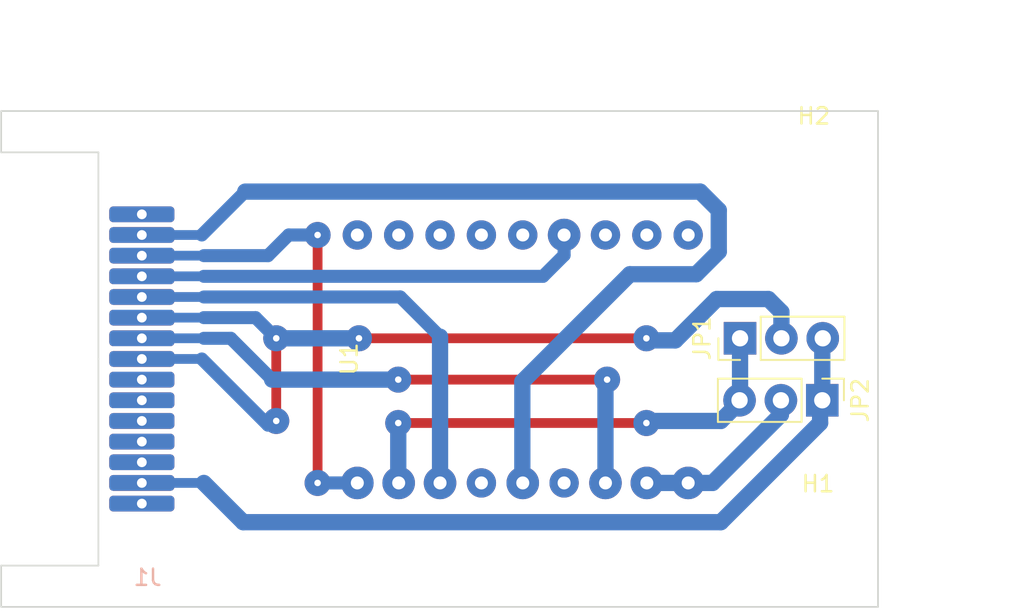
<source format=kicad_pcb>
(kicad_pcb (version 20211014) (generator pcbnew)
  (layers (0 "F.Cu" signal) (31 "B.Cu" signal) (34 "B.Paste" user) (35 "F.Paste" user) (36 "B.SilkS" user "B.Silkscreen") (37 "F.SilkS" user "F.Silkscreen") (38 "B.Mask" user) (39 "F.Mask" user) (44 "Edge.Cuts" user))
  (net 0 "")
  (net 2 "Net-(J1-Pad2)")
  (net 3 "Net-(J1-Pad3)")
  (net 4 "Net-(J1-Pad4)")
  (net 5 "Net-(J1-Pad5)")
  (net 6 "Net-(JP1-Pad1)")
  (net 7 "Net-(J1-Pad7)")
  (net 13 "Net-(J1-Pad14)")
  (net 25 "Net-(J1-Pad6)")
  (net 26 "Net-(JP2-Pad2)")
  (footprint "custom:FT232RL_breakout" (layer "F.Cu") (at 139.6 127 90)
    (fp_text reference "U1" (at 0 -0.5 90 unlocked) (layer "F.SilkS"))
    (fp_text value "FT232RL_breakout")
    (pad "1" thru_hole circle (at -7.62 0 90) (size 2 2) (drill 0.8) (layers *.Cu *.Mask) (net 3 "Net-(J1-Pad3)"))
    (pad "2" thru_hole circle (at -7.62 2.54 90) (size 2 2) (drill 0.8) (layers *.Cu *.Mask) (net 6 "Net-(JP1-Pad1)"))
    (pad "3" thru_hole circle (at -7.62 5.08 90) (size 2 2) (drill 0.8) (layers *.Cu *.Mask) (net 5 "Net-(J1-Pad5)"))
    (pad "4" thru_hole circle (at -7.62 7.62 90) (size 1.8 1.8) (drill 0.8) (layers *.Cu *.Mask))
    (pad "5" thru_hole circle (at -7.62 10.16 90) (size 2 2) (drill 0.8) (layers *.Cu *.Mask) (net 2 "Net-(J1-Pad2)"))
    (pad "6" thru_hole circle (at -7.62 12.7 90) (size 1.8 1.8) (drill 0.8) (layers *.Cu *.Mask))
    (pad "7" thru_hole circle (at -7.62 15.24 90) (size 2 2) (drill 0.8) (layers *.Cu *.Mask) (net 7 "Net-(J1-Pad7)"))
    (pad "8" thru_hole circle (at -7.62 17.78 90) (size 2 2) (drill 0.8) (layers *.Cu *.Mask) (net 26 "Net-(JP2-Pad2)"))
    (pad "9" thru_hole circle (at -7.62 20.32 90) (size 2 2) (drill 0.8) (layers *.Cu *.Mask) (net 26 "Net-(JP2-Pad2)"))
    (pad "10" thru_hole circle (at 7.62 20.32 90) (size 1.8 1.8) (drill 0.8) (layers *.Cu *.Mask))
    (pad "11" thru_hole circle (at 7.62 17.78 90) (size 1.8 1.8) (drill 0.8) (layers *.Cu *.Mask))
    (pad "12" thru_hole circle (at 7.62 15.24 90) (size 1.8 1.8) (drill 0.8) (layers *.Cu *.Mask))
    (pad "13" thru_hole circle (at 7.62 12.7 90) (size 2 2) (drill 0.8) (layers *.Cu *.Mask) (net 4 "Net-(J1-Pad4)"))
    (pad "14" thru_hole circle (at 7.62 10.16 90) (size 1.8 1.8) (drill 0.8) (layers *.Cu *.Mask))
    (pad "15" thru_hole circle (at 7.62 7.62 90) (size 1.8 1.8) (drill 0.8) (layers *.Cu *.Mask))
    (pad "16" thru_hole circle (at 7.62 5.08 90) (size 1.8 1.8) (drill 0.8) (layers *.Cu *.Mask))
    (pad "17" thru_hole circle (at 7.62 2.54 90) (size 1.8 1.8) (drill 0.8) (layers *.Cu *.Mask))
    (pad "18" thru_hole circle (at 7.62 0 90) (size 1.8 1.8) (drill 0.8) (layers *.Cu *.Mask))
  )
  (footprint "Connector_PinHeader_2.54mm:PinHeader_1x03_P2.54mm_Vertical" (layer "F.Cu") (at 168.155 129.54 -90)
    (fp_text reference "JP2" (at 0 -2.33 90) (layer "F.SilkS"))
    (fp_text value "Jumper_3_Bridged12")
    (fp_line (start 1.33 1.27) (end 1.33 6.41) (layer "F.SilkS") (width 0.12))
    (fp_line (start -1.33 1.27) (end -1.33 6.41) (layer "F.SilkS") (width 0.12))
    (fp_line (start -1.33 1.27) (end 1.33 1.27) (layer "F.SilkS") (width 0.12))
    (fp_line (start -1.33 6.41) (end 1.33 6.41) (layer "F.SilkS") (width 0.12))
    (fp_line (start -1.33 0) (end -1.33 -1.33) (layer "F.SilkS") (width 0.12))
    (fp_line (start -1.33 -1.33) (end 0 -1.33) (layer "F.SilkS") (width 0.12))
    (pad "1" thru_hole rect locked (at 0 0 270) (size 2 2) (drill 1) (layers *.Cu *.Mask) (net 13 "Net-(J1-Pad14)"))
    (pad "2" thru_hole oval locked (at 0 2.54 270) (size 2 2) (drill 1) (layers *.Cu *.Mask) (net 26 "Net-(JP2-Pad2)"))
    (pad "3" thru_hole oval locked (at 0 5.08 270) (size 2 2) (drill 1) (layers *.Cu *.Mask) (net 6 "Net-(JP1-Pad1)"))
  )
  (footprint "MountingHole:MountingHole_2.5mm" (layer "F.Cu") (at 167.894 138.176)
    (fp_text reference "H1" (at 0 -3.5) (layer "F.SilkS"))
    (fp_text value "MountingHole")
    (pad "" np_thru_hole circle locked (at 0 0) (size 2.5 2.5) (drill 2.5) (layers *.Cu *.Mask))
  )
  (footprint "Connector_PinHeader_2.54mm:PinHeader_1x03_P2.54mm_Vertical" (layer "F.Cu") (at 163.105 125.73 90)
    (fp_text reference "JP1" (at 0 -2.33 90) (layer "F.SilkS"))
    (fp_text value "Jumper_3_Bridged12")
    (fp_line (start -1.33 1.27) (end 1.33 1.27) (layer "F.SilkS") (width 0.12))
    (fp_line (start -1.33 6.41) (end 1.33 6.41) (layer "F.SilkS") (width 0.12))
    (fp_line (start 1.33 1.27) (end 1.33 6.41) (layer "F.SilkS") (width 0.12))
    (fp_line (start -1.33 -1.33) (end 0 -1.33) (layer "F.SilkS") (width 0.12))
    (fp_line (start -1.33 1.27) (end -1.33 6.41) (layer "F.SilkS") (width 0.12))
    (fp_line (start -1.33 0) (end -1.33 -1.33) (layer "F.SilkS") (width 0.12))
    (pad "1" thru_hole rect locked (at 0 0 90) (size 2 2) (drill 1) (layers *.Cu *.Mask) (net 6 "Net-(JP1-Pad1)"))
    (pad "2" thru_hole oval locked (at 0 2.54 90) (size 2 2) (drill 1) (layers *.Cu *.Mask) (net 25 "Net-(J1-Pad6)"))
    (pad "3" thru_hole oval locked (at 0 5.08 90) (size 2 2) (drill 1) (layers *.Cu *.Mask) (net 13 "Net-(J1-Pad14)"))
  )
  (footprint "MountingHole:MountingHole_2.5mm" (layer "F.Cu") (at 167.64 115.57)
    (fp_text reference "H2" (at 0 -3.5) (layer "F.SilkS"))
    (fp_text value "MountingHole")
    (pad "" np_thru_hole circle locked (at 0 0) (size 2.5 2.5) (drill 2.5) (layers *.Cu *.Mask))
  )
  (footprint "custom:sharp_connector_15pin" (layer "B.Cu") (at 126.365 127 180)
    (fp_text reference "J1" (at -0.3534 -13.4314 unlocked) (layer "B.SilkS") (effects (justify mirror)))
    (fp_text value "sharp_connector_15pin" hide)
    (pad "1" thru_hole roundrect (at 0 8.89 180) (size 4 0.97) (drill 0.6) (layers *.Cu *.Mask))
    (pad "2" thru_hole roundrect (at 0 7.62 180) (size 4 0.97) (drill 0.6) (layers *.Cu *.Mask) (net 2 "Net-(J1-Pad2)"))
    (pad "3" thru_hole roundrect (at 0 6.35 180) (size 4 0.97) (drill 0.6) (layers *.Cu *.Mask) (net 3 "Net-(J1-Pad3)"))
    (pad "4" thru_hole roundrect (at 0 5.08 180) (size 4 0.97) (drill 0.6) (layers *.Cu *.Mask) (net 4 "Net-(J1-Pad4)"))
    (pad "5" thru_hole roundrect (at 0 3.81 180) (size 4 0.97) (drill 0.6) (layers *.Cu *.Mask) (net 5 "Net-(J1-Pad5)"))
    (pad "6" thru_hole roundrect (at 0 2.54 180) (size 4 0.97) (drill 0.6) (layers *.Cu *.Mask) (net 25 "Net-(J1-Pad6)"))
    (pad "7" thru_hole roundrect (at 0 1.27 180) (size 4 0.97) (drill 0.6) (layers *.Cu *.Mask) (net 7 "Net-(J1-Pad7)"))
    (pad "8" thru_hole roundrect (at 0 0 180) (size 4 0.97) (drill 0.6) (layers *.Cu *.Mask) (net 25 "Net-(J1-Pad6)"))
    (pad "9" thru_hole roundrect (at 0 -1.27 180) (size 4 0.97) (drill 0.6) (layers *.Cu *.Mask))
    (pad "10" thru_hole roundrect (at 0 -2.54 180) (size 4 0.97) (drill 0.6) (layers *.Cu *.Mask))
    (pad "11" thru_hole roundrect (at 0 -3.81 180) (size 4 0.97) (drill 0.6) (layers *.Cu *.Mask))
    (pad "12" thru_hole roundrect (at 0 -5.08 180) (size 4 0.97) (drill 0.6) (layers *.Cu *.Mask))
    (pad "13" thru_hole roundrect (at 0 -6.35 180) (size 4 0.97) (drill 0.6) (layers *.Cu *.Mask))
    (pad "14" thru_hole roundrect (at 0 -7.62 180) (size 4 0.97) (drill 0.6) (layers *.Cu *.Mask) (net 13 "Net-(J1-Pad14)"))
    (pad "15" thru_hole roundrect (at 0 -8.89 180) (size 4 0.97) (drill 0.6) (layers *.Cu *.Mask))
  )
  (gr_line (start 123.698 127) (end 123.698 139.7) (layer "Edge.Cuts") (width 0.1))
  (gr_line (start 117.729 114.3) (end 117.729 111.76) (layer "Edge.Cuts") (width 0.1))
  (gr_line (start 117.729 111.76) (end 171.577 111.76) (layer "Edge.Cuts") (width 0.1))
  (gr_line (start 123.698 127) (end 123.698 114.3) (layer "Edge.Cuts") (width 0.1))
  (gr_line (start 117.729 139.7) (end 117.729 142.24) (layer "Edge.Cuts") (width 0.1))
  (gr_line (start 123.698 114.3) (end 117.729 114.3) (layer "Edge.Cuts") (width 0.1))
  (gr_line (start 171.577 111.76) (end 171.577 142.24) (layer "Edge.Cuts") (width 0.1))
  (gr_line (start 123.698 139.7) (end 117.729 139.7) (layer "Edge.Cuts") (width 0.1))
  (gr_line (start 171.577 142.24) (end 117.729 142.24) (layer "Edge.Cuts") (width 0.1))
  (segment (start 161.798 117.856) (end 161.798 120.404736) (width 1) (layer "B.Cu") (net 2))
  (segment (start 156.337 121.793) (end 149.733 128.397) (width 1) (layer "B.Cu") (net 2))
  (segment (start 160.655 116.713) (end 161.798 117.856) (width 1) (layer "B.Cu") (net 2))
  (segment (start 132.715 116.713) (end 130.048 119.38) (width 0.8) (layer "B.Cu") (net 2))
  (segment (start 149.733 134.593) (end 149.76 134.62) (width 0.6) (layer "B.Cu") (net 2))
  (segment (start 149.733 128.397) (end 149.733 134.593) (width 1) (layer "B.Cu") (net 2))
  (segment (start 161.798 120.404736) (end 160.409736 121.793) (width 1) (layer "B.Cu") (net 2))
  (segment (start 127 119.38) (end 130.048 119.38) (width 0.6) (layer "B.Cu") (net 2))
  (segment (start 160.409736 121.793) (end 156.337 121.793) (width 1) (layer "B.Cu") (net 2))
  (segment (start 132.715 116.713) (end 160.655 116.713) (width 1) (layer "B.Cu") (net 2))
  (segment (start 137.16 119.38) (end 137.16 134.62) (width 0.6) (layer "F.Cu") (net 3))
  (via (at 137.16 134.62) (size 1.6) (drill 0.4) (layers "F.Cu" "B.Cu") (net 3))
  (via (at 137.16 119.38) (size 1.6) (drill 0.4) (layers "F.Cu" "B.Cu") (net 3))
  (segment (start 130.175 120.65) (end 134.112 120.65) (width 0.8) (layer "B.Cu") (net 3))
  (segment (start 134.112 120.65) (end 135.382 119.38) (width 0.8) (layer "B.Cu") (net 3))
  (segment (start 130.175 120.65) (end 127 120.65) (width 0.6) (layer "B.Cu") (net 3))
  (segment (start 137.16 134.62) (end 139.6 134.62) (width 0.8) (layer "B.Cu") (net 3))
  (segment (start 135.382 119.38) (end 137.16 119.38) (width 0.8) (layer "B.Cu") (net 3))
  (segment (start 151.003 121.92) (end 152.3 120.623) (width 0.8) (layer "B.Cu") (net 4))
  (segment (start 152.3 120.623) (end 152.3 119.38) (width 0.8) (layer "B.Cu") (net 4))
  (segment (start 127 121.92) (end 130.175 121.92) (width 0.6) (layer "B.Cu") (net 4))
  (segment (start 130.175 121.92) (end 151.003 121.92) (width 0.8) (layer "B.Cu") (net 4))
  (segment (start 127 123.19) (end 130.175 123.19) (width 0.6) (layer "B.Cu") (net 5))
  (segment (start 144.68 125.63) (end 144.68 134.62) (width 1) (layer "B.Cu") (net 5))
  (segment (start 142.24 123.19) (end 144.68 125.63) (width 0.8) (layer "B.Cu") (net 5))
  (segment (start 130.175 123.19) (end 142.24 123.19) (width 0.8) (layer "B.Cu") (net 5))
  (segment (start 157.353 130.937) (end 142.24 130.937) (width 0.6) (layer "F.Cu") (net 6))
  (via (at 157.353 130.937) (size 1.6) (drill 0.4) (layers "F.Cu" "B.Cu") (net 6))
  (via (at 142.113 130.937) (size 1.6) (drill 0.4) (layers "F.Cu" "B.Cu") (net 6))
  (segment (start 142.113 134.593) (end 142.14 134.62) (width 0.6) (layer "B.Cu") (net 6))
  (segment (start 161.925 130.81) (end 157.48 130.81) (width 1) (layer "B.Cu") (net 6))
  (segment (start 163.105 125.73) (end 163.105 129.51) (width 1) (layer "B.Cu") (net 6))
  (segment (start 163.075 129.66) (end 161.925 130.81) (width 1) (layer "B.Cu") (net 6))
  (segment (start 163.105 129.51) (end 163.075 129.54) (width 0.6) (layer "B.Cu") (net 6))
  (segment (start 163.075 129.54) (end 163.075 129.66) (width 1) (layer "B.Cu") (net 6))
  (segment (start 142.113 130.937) (end 142.113 134.593) (width 1) (layer "B.Cu") (net 6))
  (segment (start 142.367 128.27) (end 154.686 128.27) (width 0.6) (layer "F.Cu") (net 7))
  (segment (start 154.686 128.27) (end 154.813 128.143) (width 0.6) (layer "F.Cu") (net 7))
  (via (at 142.113 128.27) (size 1.6) (drill 0.4) (layers "F.Cu" "B.Cu") (net 7))
  (via (at 154.94 128.27) (size 1.6) (drill 0.4) (layers "F.Cu" "B.Cu") (net 7))
  (segment (start 154.84 134.62) (end 154.84 128.17) (width 1) (layer "B.Cu") (net 7))
  (segment (start 131.826 125.73) (end 134.366 128.27) (width 0.8) (layer "B.Cu") (net 7))
  (segment (start 130.175 125.73) (end 131.826 125.73) (width 0.8) (layer "B.Cu") (net 7))
  (segment (start 142.113 128.27) (end 134.366 128.27) (width 1) (layer "B.Cu") (net 7))
  (segment (start 130.175 125.73) (end 127 125.73) (width 0.6) (layer "B.Cu") (net 7))
  (segment (start 168.021 129.674) (end 168.155 129.54) (width 0.8) (layer "B.Cu") (net 13))
  (segment (start 168.155 125.76) (end 168.185 125.73) (width 0.8) (layer "B.Cu") (net 13))
  (segment (start 132.588 137.033) (end 161.925 137.033) (width 1) (layer "B.Cu") (net 13))
  (segment (start 168.155 129.54) (end 168.155 125.76) (width 1) (layer "B.Cu") (net 13))
  (segment (start 130.175 134.62) (end 132.588 137.033) (width 1) (layer "B.Cu") (net 13))
  (segment (start 168.021 130.937) (end 168.021 129.674) (width 1) (layer "B.Cu") (net 13))
  (segment (start 127 134.62) (end 130.175 134.62) (width 0.6) (layer "B.Cu") (net 13))
  (segment (start 161.925 137.033) (end 168.021 130.937) (width 1) (layer "B.Cu") (net 13))
  (segment (start 139.7 125.73) (end 157.353 125.73) (width 0.6) (layer "F.Cu") (net 25))
  (segment (start 134.62 125.73) (end 134.62 130.81) (width 0.6) (layer "F.Cu") (net 25))
  (via (at 157.353 125.73) (size 1.6) (drill 0.4) (layers "F.Cu" "B.Cu") (net 25))
  (via (at 139.7 125.73) (size 1.6) (drill 0.4) (layers "F.Cu" "B.Cu") (net 25))
  (via (at 134.62 125.73) (size 1.6) (drill 0.4) (layers "F.Cu" "B.Cu") (net 25))
  (via (at 134.62 130.81) (size 1.6) (drill 0.4) (layers "F.Cu" "B.Cu") (net 25))
  (segment (start 130.048 127) (end 134.112 131.064) (width 0.8) (layer "B.Cu") (net 25))
  (segment (start 157.353 125.857) (end 159.131 125.857) (width 1) (layer "B.Cu") (net 25))
  (segment (start 133.35 124.46) (end 134.62 125.73) (width 0.8) (layer "B.Cu") (net 25))
  (segment (start 134.62 125.73) (end 139.446 125.73) (width 1) (layer "B.Cu") (net 25))
  (segment (start 164.846 123.317) (end 165.645 124.116) (width 1) (layer "B.Cu") (net 25))
  (segment (start 134.112 131.064) (end 134.747 131.064) (width 0.8) (layer "B.Cu") (net 25))
  (segment (start 161.671 123.317) (end 164.846 123.317) (width 1) (layer "B.Cu") (net 25))
  (segment (start 130.175 124.46) (end 133.35 124.46) (width 0.8) (layer "B.Cu") (net 25))
  (segment (start 130.175 124.46) (end 127 124.46) (width 0.6) (layer "B.Cu") (net 25))
  (segment (start 165.645 124.116) (end 165.645 125.73) (width 1) (layer "B.Cu") (net 25))
  (segment (start 127 127) (end 130.048 127) (width 0.6) (layer "B.Cu") (net 25))
  (segment (start 159.131 125.857) (end 161.671 123.317) (width 1) (layer "B.Cu") (net 25))
  (segment (start 161.417 134.62) (end 165.615 130.422) (width 1) (layer "B.Cu") (net 26))
  (segment (start 159.92 134.62) (end 161.417 134.62) (width 1) (layer "B.Cu") (net 26))
  (segment (start 157.38 134.62) (end 159.92 134.62) (width 1) (layer "B.Cu") (net 26))
  (segment (start 165.615 130.422) (end 165.615 129.54) (width 1) (layer "B.Cu") (net 26))
)
</source>
